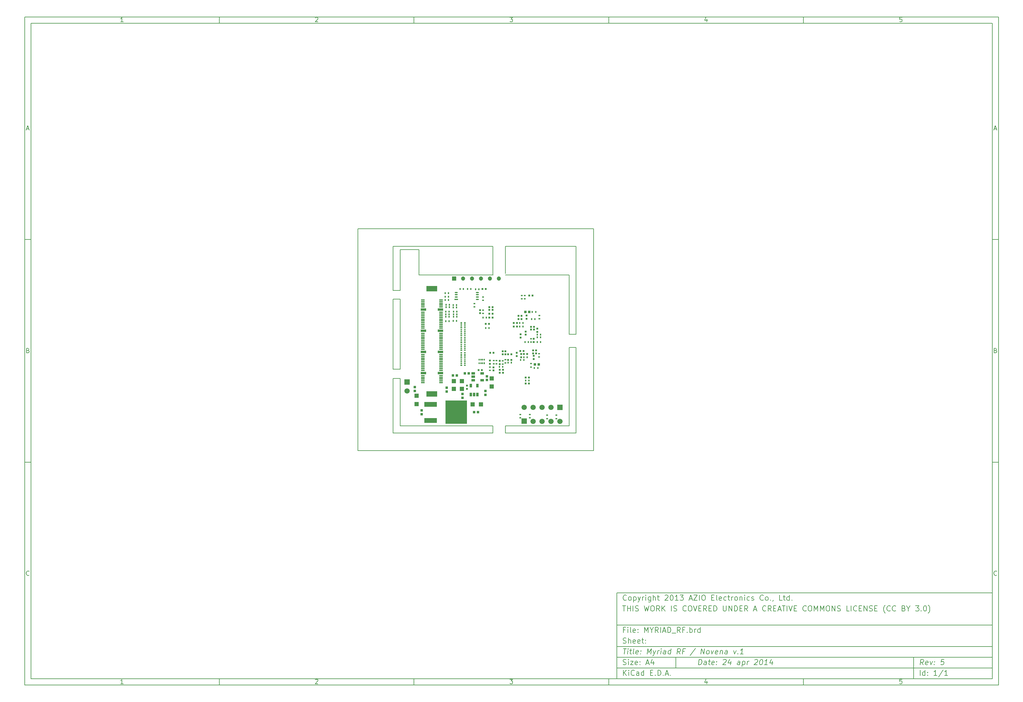
<source format=gbp>
G04 (created by PCBNEW (2013-05-31 BZR 4019)-stable) date 24/04/2014 12:04:12*
%MOIN*%
G04 Gerber Fmt 3.4, Leading zero omitted, Abs format*
%FSLAX34Y34*%
G01*
G70*
G90*
G04 APERTURE LIST*
%ADD10C,0.00590551*%
%ADD11C,0.0077*%
%ADD12R,0.051X0.0472*%
%ADD13R,0.0472X0.051*%
%ADD14R,0.0175X0.0195*%
%ADD15R,0.0195X0.0175*%
%ADD16R,0.0275X0.0314*%
%ADD17R,0.0314X0.0275*%
%ADD18R,0.0195X0.0195*%
%ADD19R,0.1417X0.055*%
%ADD20R,0.244X0.2598*%
%ADD21R,0.0389X0.0271*%
%ADD22R,0.0271X0.0389*%
%ADD23O,0.0235X0.0117*%
%ADD24R,0.0235X0.0117*%
%ADD25O,0.0117X0.0235*%
%ADD26R,0.0117X0.0235*%
%ADD27R,0.0597X0.0597*%
%ADD28C,0.0597*%
%ADD29C,0.0472441*%
%ADD30R,0.0472441X0.0472441*%
%ADD31R,0.0432X0.0117*%
%ADD32R,0.0589X0.0275*%
%ADD33R,0.122X0.0629*%
%ADD34R,0.0433X0.0118*%
%ADD35R,0.0394X0.0138*%
%ADD36O,0.0394X0.0138*%
%ADD37O,0.0394X0.0137*%
G04 APERTURE END LIST*
G54D10*
X4000Y-4000D02*
X112930Y-4000D01*
X112930Y-78680D01*
X4000Y-78680D01*
X4000Y-4000D01*
X4700Y-4700D02*
X112230Y-4700D01*
X112230Y-77980D01*
X4700Y-77980D01*
X4700Y-4700D01*
X25780Y-4000D02*
X25780Y-4700D01*
X15032Y-4552D02*
X14747Y-4552D01*
X14890Y-4552D02*
X14890Y-4052D01*
X14842Y-4123D01*
X14794Y-4171D01*
X14747Y-4195D01*
X25780Y-78680D02*
X25780Y-77980D01*
X15032Y-78532D02*
X14747Y-78532D01*
X14890Y-78532D02*
X14890Y-78032D01*
X14842Y-78103D01*
X14794Y-78151D01*
X14747Y-78175D01*
X47560Y-4000D02*
X47560Y-4700D01*
X36527Y-4100D02*
X36550Y-4076D01*
X36598Y-4052D01*
X36717Y-4052D01*
X36765Y-4076D01*
X36789Y-4100D01*
X36812Y-4147D01*
X36812Y-4195D01*
X36789Y-4266D01*
X36503Y-4552D01*
X36812Y-4552D01*
X47560Y-78680D02*
X47560Y-77980D01*
X36527Y-78080D02*
X36550Y-78056D01*
X36598Y-78032D01*
X36717Y-78032D01*
X36765Y-78056D01*
X36789Y-78080D01*
X36812Y-78127D01*
X36812Y-78175D01*
X36789Y-78246D01*
X36503Y-78532D01*
X36812Y-78532D01*
X69340Y-4000D02*
X69340Y-4700D01*
X58283Y-4052D02*
X58592Y-4052D01*
X58426Y-4242D01*
X58497Y-4242D01*
X58545Y-4266D01*
X58569Y-4290D01*
X58592Y-4338D01*
X58592Y-4457D01*
X58569Y-4504D01*
X58545Y-4528D01*
X58497Y-4552D01*
X58354Y-4552D01*
X58307Y-4528D01*
X58283Y-4504D01*
X69340Y-78680D02*
X69340Y-77980D01*
X58283Y-78032D02*
X58592Y-78032D01*
X58426Y-78222D01*
X58497Y-78222D01*
X58545Y-78246D01*
X58569Y-78270D01*
X58592Y-78318D01*
X58592Y-78437D01*
X58569Y-78484D01*
X58545Y-78508D01*
X58497Y-78532D01*
X58354Y-78532D01*
X58307Y-78508D01*
X58283Y-78484D01*
X91120Y-4000D02*
X91120Y-4700D01*
X80325Y-4219D02*
X80325Y-4552D01*
X80206Y-4028D02*
X80087Y-4385D01*
X80396Y-4385D01*
X91120Y-78680D02*
X91120Y-77980D01*
X80325Y-78199D02*
X80325Y-78532D01*
X80206Y-78008D02*
X80087Y-78365D01*
X80396Y-78365D01*
X102129Y-4052D02*
X101890Y-4052D01*
X101867Y-4290D01*
X101890Y-4266D01*
X101938Y-4242D01*
X102057Y-4242D01*
X102105Y-4266D01*
X102129Y-4290D01*
X102152Y-4338D01*
X102152Y-4457D01*
X102129Y-4504D01*
X102105Y-4528D01*
X102057Y-4552D01*
X101938Y-4552D01*
X101890Y-4528D01*
X101867Y-4504D01*
X102129Y-78032D02*
X101890Y-78032D01*
X101867Y-78270D01*
X101890Y-78246D01*
X101938Y-78222D01*
X102057Y-78222D01*
X102105Y-78246D01*
X102129Y-78270D01*
X102152Y-78318D01*
X102152Y-78437D01*
X102129Y-78484D01*
X102105Y-78508D01*
X102057Y-78532D01*
X101938Y-78532D01*
X101890Y-78508D01*
X101867Y-78484D01*
X4000Y-28890D02*
X4700Y-28890D01*
X4230Y-16509D02*
X4469Y-16509D01*
X4183Y-16652D02*
X4350Y-16152D01*
X4516Y-16652D01*
X112930Y-28890D02*
X112230Y-28890D01*
X112460Y-16509D02*
X112699Y-16509D01*
X112413Y-16652D02*
X112580Y-16152D01*
X112746Y-16652D01*
X4000Y-53780D02*
X4700Y-53780D01*
X4385Y-41280D02*
X4457Y-41304D01*
X4480Y-41328D01*
X4504Y-41375D01*
X4504Y-41447D01*
X4480Y-41494D01*
X4457Y-41518D01*
X4409Y-41542D01*
X4219Y-41542D01*
X4219Y-41042D01*
X4385Y-41042D01*
X4433Y-41066D01*
X4457Y-41090D01*
X4480Y-41137D01*
X4480Y-41185D01*
X4457Y-41232D01*
X4433Y-41256D01*
X4385Y-41280D01*
X4219Y-41280D01*
X112930Y-53780D02*
X112230Y-53780D01*
X112615Y-41280D02*
X112687Y-41304D01*
X112710Y-41328D01*
X112734Y-41375D01*
X112734Y-41447D01*
X112710Y-41494D01*
X112687Y-41518D01*
X112639Y-41542D01*
X112449Y-41542D01*
X112449Y-41042D01*
X112615Y-41042D01*
X112663Y-41066D01*
X112687Y-41090D01*
X112710Y-41137D01*
X112710Y-41185D01*
X112687Y-41232D01*
X112663Y-41256D01*
X112615Y-41280D01*
X112449Y-41280D01*
X4504Y-66384D02*
X4480Y-66408D01*
X4409Y-66432D01*
X4361Y-66432D01*
X4290Y-66408D01*
X4242Y-66360D01*
X4219Y-66313D01*
X4195Y-66218D01*
X4195Y-66146D01*
X4219Y-66051D01*
X4242Y-66003D01*
X4290Y-65956D01*
X4361Y-65932D01*
X4409Y-65932D01*
X4480Y-65956D01*
X4504Y-65980D01*
X112734Y-66384D02*
X112710Y-66408D01*
X112639Y-66432D01*
X112591Y-66432D01*
X112520Y-66408D01*
X112472Y-66360D01*
X112449Y-66313D01*
X112425Y-66218D01*
X112425Y-66146D01*
X112449Y-66051D01*
X112472Y-66003D01*
X112520Y-65956D01*
X112591Y-65932D01*
X112639Y-65932D01*
X112710Y-65956D01*
X112734Y-65980D01*
X79380Y-76422D02*
X79455Y-75822D01*
X79597Y-75822D01*
X79680Y-75851D01*
X79730Y-75908D01*
X79751Y-75965D01*
X79765Y-76080D01*
X79755Y-76165D01*
X79712Y-76280D01*
X79676Y-76337D01*
X79612Y-76394D01*
X79522Y-76422D01*
X79380Y-76422D01*
X80237Y-76422D02*
X80276Y-76108D01*
X80255Y-76051D01*
X80201Y-76022D01*
X80087Y-76022D01*
X80026Y-76051D01*
X80240Y-76394D02*
X80180Y-76422D01*
X80037Y-76422D01*
X79983Y-76394D01*
X79962Y-76337D01*
X79969Y-76280D01*
X80005Y-76222D01*
X80065Y-76194D01*
X80208Y-76194D01*
X80269Y-76165D01*
X80487Y-76022D02*
X80715Y-76022D01*
X80597Y-75822D02*
X80533Y-76337D01*
X80555Y-76394D01*
X80608Y-76422D01*
X80665Y-76422D01*
X81097Y-76394D02*
X81037Y-76422D01*
X80922Y-76422D01*
X80869Y-76394D01*
X80847Y-76337D01*
X80876Y-76108D01*
X80912Y-76051D01*
X80972Y-76022D01*
X81087Y-76022D01*
X81140Y-76051D01*
X81162Y-76108D01*
X81155Y-76165D01*
X80862Y-76222D01*
X81387Y-76365D02*
X81412Y-76394D01*
X81380Y-76422D01*
X81355Y-76394D01*
X81387Y-76365D01*
X81380Y-76422D01*
X81426Y-76051D02*
X81451Y-76080D01*
X81419Y-76108D01*
X81394Y-76080D01*
X81426Y-76051D01*
X81419Y-76108D01*
X82162Y-75880D02*
X82194Y-75851D01*
X82255Y-75822D01*
X82397Y-75822D01*
X82451Y-75851D01*
X82476Y-75880D01*
X82497Y-75937D01*
X82490Y-75994D01*
X82451Y-76080D01*
X82065Y-76422D01*
X82437Y-76422D01*
X83001Y-76022D02*
X82951Y-76422D01*
X82887Y-75794D02*
X82690Y-76222D01*
X83062Y-76222D01*
X83980Y-76422D02*
X84019Y-76108D01*
X83997Y-76051D01*
X83944Y-76022D01*
X83830Y-76022D01*
X83769Y-76051D01*
X83983Y-76394D02*
X83922Y-76422D01*
X83780Y-76422D01*
X83726Y-76394D01*
X83705Y-76337D01*
X83712Y-76280D01*
X83747Y-76222D01*
X83808Y-76194D01*
X83951Y-76194D01*
X84012Y-76165D01*
X84315Y-76022D02*
X84240Y-76622D01*
X84312Y-76051D02*
X84372Y-76022D01*
X84487Y-76022D01*
X84540Y-76051D01*
X84565Y-76080D01*
X84587Y-76137D01*
X84565Y-76308D01*
X84530Y-76365D01*
X84497Y-76394D01*
X84437Y-76422D01*
X84322Y-76422D01*
X84269Y-76394D01*
X84808Y-76422D02*
X84858Y-76022D01*
X84844Y-76137D02*
X84880Y-76080D01*
X84912Y-76051D01*
X84972Y-76022D01*
X85030Y-76022D01*
X85676Y-75880D02*
X85708Y-75851D01*
X85769Y-75822D01*
X85912Y-75822D01*
X85965Y-75851D01*
X85990Y-75880D01*
X86012Y-75937D01*
X86005Y-75994D01*
X85965Y-76080D01*
X85580Y-76422D01*
X85951Y-76422D01*
X86397Y-75822D02*
X86455Y-75822D01*
X86508Y-75851D01*
X86533Y-75880D01*
X86555Y-75937D01*
X86569Y-76051D01*
X86551Y-76194D01*
X86508Y-76308D01*
X86472Y-76365D01*
X86440Y-76394D01*
X86380Y-76422D01*
X86322Y-76422D01*
X86269Y-76394D01*
X86244Y-76365D01*
X86222Y-76308D01*
X86208Y-76194D01*
X86226Y-76051D01*
X86269Y-75937D01*
X86305Y-75880D01*
X86337Y-75851D01*
X86397Y-75822D01*
X87094Y-76422D02*
X86751Y-76422D01*
X86922Y-76422D02*
X86997Y-75822D01*
X86930Y-75908D01*
X86865Y-75965D01*
X86805Y-75994D01*
X87658Y-76022D02*
X87608Y-76422D01*
X87544Y-75794D02*
X87347Y-76222D01*
X87719Y-76222D01*
X70972Y-77622D02*
X70972Y-77022D01*
X71315Y-77622D02*
X71058Y-77280D01*
X71315Y-77022D02*
X70972Y-77365D01*
X71572Y-77622D02*
X71572Y-77222D01*
X71572Y-77022D02*
X71544Y-77051D01*
X71572Y-77080D01*
X71601Y-77051D01*
X71572Y-77022D01*
X71572Y-77080D01*
X72201Y-77565D02*
X72172Y-77594D01*
X72087Y-77622D01*
X72030Y-77622D01*
X71944Y-77594D01*
X71887Y-77537D01*
X71858Y-77480D01*
X71830Y-77365D01*
X71830Y-77280D01*
X71858Y-77165D01*
X71887Y-77108D01*
X71944Y-77051D01*
X72030Y-77022D01*
X72087Y-77022D01*
X72172Y-77051D01*
X72201Y-77080D01*
X72715Y-77622D02*
X72715Y-77308D01*
X72687Y-77251D01*
X72630Y-77222D01*
X72515Y-77222D01*
X72458Y-77251D01*
X72715Y-77594D02*
X72658Y-77622D01*
X72515Y-77622D01*
X72458Y-77594D01*
X72430Y-77537D01*
X72430Y-77480D01*
X72458Y-77422D01*
X72515Y-77394D01*
X72658Y-77394D01*
X72715Y-77365D01*
X73258Y-77622D02*
X73258Y-77022D01*
X73258Y-77594D02*
X73201Y-77622D01*
X73087Y-77622D01*
X73030Y-77594D01*
X73001Y-77565D01*
X72972Y-77508D01*
X72972Y-77337D01*
X73001Y-77280D01*
X73030Y-77251D01*
X73087Y-77222D01*
X73201Y-77222D01*
X73258Y-77251D01*
X74001Y-77308D02*
X74201Y-77308D01*
X74287Y-77622D02*
X74001Y-77622D01*
X74001Y-77022D01*
X74287Y-77022D01*
X74544Y-77565D02*
X74572Y-77594D01*
X74544Y-77622D01*
X74515Y-77594D01*
X74544Y-77565D01*
X74544Y-77622D01*
X74829Y-77622D02*
X74829Y-77022D01*
X74972Y-77022D01*
X75058Y-77051D01*
X75115Y-77108D01*
X75144Y-77165D01*
X75172Y-77280D01*
X75172Y-77365D01*
X75144Y-77480D01*
X75115Y-77537D01*
X75058Y-77594D01*
X74972Y-77622D01*
X74829Y-77622D01*
X75429Y-77565D02*
X75458Y-77594D01*
X75429Y-77622D01*
X75401Y-77594D01*
X75429Y-77565D01*
X75429Y-77622D01*
X75687Y-77451D02*
X75972Y-77451D01*
X75629Y-77622D02*
X75829Y-77022D01*
X76029Y-77622D01*
X76229Y-77565D02*
X76258Y-77594D01*
X76229Y-77622D01*
X76201Y-77594D01*
X76229Y-77565D01*
X76229Y-77622D01*
X104522Y-76422D02*
X104358Y-76137D01*
X104180Y-76422D02*
X104255Y-75822D01*
X104483Y-75822D01*
X104537Y-75851D01*
X104562Y-75880D01*
X104583Y-75937D01*
X104572Y-76022D01*
X104537Y-76080D01*
X104505Y-76108D01*
X104444Y-76137D01*
X104215Y-76137D01*
X105012Y-76394D02*
X104951Y-76422D01*
X104837Y-76422D01*
X104783Y-76394D01*
X104762Y-76337D01*
X104790Y-76108D01*
X104826Y-76051D01*
X104887Y-76022D01*
X105001Y-76022D01*
X105055Y-76051D01*
X105076Y-76108D01*
X105069Y-76165D01*
X104776Y-76222D01*
X105287Y-76022D02*
X105380Y-76422D01*
X105572Y-76022D01*
X105758Y-76365D02*
X105783Y-76394D01*
X105751Y-76422D01*
X105726Y-76394D01*
X105758Y-76365D01*
X105751Y-76422D01*
X105797Y-76051D02*
X105822Y-76080D01*
X105790Y-76108D01*
X105765Y-76080D01*
X105797Y-76051D01*
X105790Y-76108D01*
X106855Y-75822D02*
X106569Y-75822D01*
X106505Y-76108D01*
X106537Y-76080D01*
X106597Y-76051D01*
X106740Y-76051D01*
X106794Y-76080D01*
X106819Y-76108D01*
X106840Y-76165D01*
X106822Y-76308D01*
X106787Y-76365D01*
X106755Y-76394D01*
X106694Y-76422D01*
X106551Y-76422D01*
X106497Y-76394D01*
X106472Y-76365D01*
X70944Y-76394D02*
X71030Y-76422D01*
X71172Y-76422D01*
X71230Y-76394D01*
X71258Y-76365D01*
X71287Y-76308D01*
X71287Y-76251D01*
X71258Y-76194D01*
X71230Y-76165D01*
X71172Y-76137D01*
X71058Y-76108D01*
X71001Y-76080D01*
X70972Y-76051D01*
X70944Y-75994D01*
X70944Y-75937D01*
X70972Y-75880D01*
X71001Y-75851D01*
X71058Y-75822D01*
X71201Y-75822D01*
X71287Y-75851D01*
X71544Y-76422D02*
X71544Y-76022D01*
X71544Y-75822D02*
X71515Y-75851D01*
X71544Y-75880D01*
X71572Y-75851D01*
X71544Y-75822D01*
X71544Y-75880D01*
X71772Y-76022D02*
X72087Y-76022D01*
X71772Y-76422D01*
X72087Y-76422D01*
X72544Y-76394D02*
X72487Y-76422D01*
X72372Y-76422D01*
X72315Y-76394D01*
X72287Y-76337D01*
X72287Y-76108D01*
X72315Y-76051D01*
X72372Y-76022D01*
X72487Y-76022D01*
X72544Y-76051D01*
X72572Y-76108D01*
X72572Y-76165D01*
X72287Y-76222D01*
X72830Y-76365D02*
X72858Y-76394D01*
X72830Y-76422D01*
X72801Y-76394D01*
X72830Y-76365D01*
X72830Y-76422D01*
X72830Y-76051D02*
X72858Y-76080D01*
X72830Y-76108D01*
X72801Y-76080D01*
X72830Y-76051D01*
X72830Y-76108D01*
X73544Y-76251D02*
X73830Y-76251D01*
X73487Y-76422D02*
X73687Y-75822D01*
X73887Y-76422D01*
X74344Y-76022D02*
X74344Y-76422D01*
X74201Y-75794D02*
X74058Y-76222D01*
X74430Y-76222D01*
X104172Y-77622D02*
X104172Y-77022D01*
X104715Y-77622D02*
X104715Y-77022D01*
X104715Y-77594D02*
X104658Y-77622D01*
X104544Y-77622D01*
X104487Y-77594D01*
X104458Y-77565D01*
X104430Y-77508D01*
X104430Y-77337D01*
X104458Y-77280D01*
X104487Y-77251D01*
X104544Y-77222D01*
X104658Y-77222D01*
X104715Y-77251D01*
X105001Y-77565D02*
X105030Y-77594D01*
X105001Y-77622D01*
X104972Y-77594D01*
X105001Y-77565D01*
X105001Y-77622D01*
X105001Y-77251D02*
X105030Y-77280D01*
X105001Y-77308D01*
X104972Y-77280D01*
X105001Y-77251D01*
X105001Y-77308D01*
X106058Y-77622D02*
X105715Y-77622D01*
X105887Y-77622D02*
X105887Y-77022D01*
X105829Y-77108D01*
X105772Y-77165D01*
X105715Y-77194D01*
X106744Y-76994D02*
X106230Y-77765D01*
X107258Y-77622D02*
X106915Y-77622D01*
X107087Y-77622D02*
X107087Y-77022D01*
X107029Y-77108D01*
X106972Y-77165D01*
X106915Y-77194D01*
X70969Y-74622D02*
X71312Y-74622D01*
X71065Y-75222D02*
X71140Y-74622D01*
X71437Y-75222D02*
X71487Y-74822D01*
X71512Y-74622D02*
X71480Y-74651D01*
X71505Y-74680D01*
X71537Y-74651D01*
X71512Y-74622D01*
X71505Y-74680D01*
X71687Y-74822D02*
X71915Y-74822D01*
X71797Y-74622D02*
X71733Y-75137D01*
X71755Y-75194D01*
X71808Y-75222D01*
X71865Y-75222D01*
X72151Y-75222D02*
X72097Y-75194D01*
X72076Y-75137D01*
X72140Y-74622D01*
X72612Y-75194D02*
X72551Y-75222D01*
X72437Y-75222D01*
X72383Y-75194D01*
X72362Y-75137D01*
X72390Y-74908D01*
X72426Y-74851D01*
X72487Y-74822D01*
X72601Y-74822D01*
X72655Y-74851D01*
X72676Y-74908D01*
X72669Y-74965D01*
X72376Y-75022D01*
X72901Y-75165D02*
X72926Y-75194D01*
X72894Y-75222D01*
X72869Y-75194D01*
X72901Y-75165D01*
X72894Y-75222D01*
X72940Y-74851D02*
X72965Y-74880D01*
X72933Y-74908D01*
X72908Y-74880D01*
X72940Y-74851D01*
X72933Y-74908D01*
X73637Y-75222D02*
X73712Y-74622D01*
X73858Y-75051D01*
X74112Y-74622D01*
X74037Y-75222D01*
X74315Y-74822D02*
X74408Y-75222D01*
X74601Y-74822D02*
X74408Y-75222D01*
X74333Y-75365D01*
X74301Y-75394D01*
X74240Y-75422D01*
X74780Y-75222D02*
X74830Y-74822D01*
X74815Y-74937D02*
X74851Y-74880D01*
X74883Y-74851D01*
X74944Y-74822D01*
X75001Y-74822D01*
X75151Y-75222D02*
X75201Y-74822D01*
X75226Y-74622D02*
X75194Y-74651D01*
X75219Y-74680D01*
X75251Y-74651D01*
X75226Y-74622D01*
X75219Y-74680D01*
X75694Y-75222D02*
X75733Y-74908D01*
X75712Y-74851D01*
X75658Y-74822D01*
X75544Y-74822D01*
X75483Y-74851D01*
X75697Y-75194D02*
X75637Y-75222D01*
X75494Y-75222D01*
X75440Y-75194D01*
X75419Y-75137D01*
X75426Y-75080D01*
X75462Y-75022D01*
X75522Y-74994D01*
X75665Y-74994D01*
X75726Y-74965D01*
X76237Y-75222D02*
X76312Y-74622D01*
X76240Y-75194D02*
X76180Y-75222D01*
X76065Y-75222D01*
X76012Y-75194D01*
X75987Y-75165D01*
X75965Y-75108D01*
X75987Y-74937D01*
X76022Y-74880D01*
X76055Y-74851D01*
X76115Y-74822D01*
X76230Y-74822D01*
X76283Y-74851D01*
X77322Y-75222D02*
X77158Y-74937D01*
X76980Y-75222D02*
X77055Y-74622D01*
X77283Y-74622D01*
X77337Y-74651D01*
X77362Y-74680D01*
X77383Y-74737D01*
X77372Y-74822D01*
X77337Y-74880D01*
X77305Y-74908D01*
X77244Y-74937D01*
X77015Y-74937D01*
X77819Y-74908D02*
X77619Y-74908D01*
X77580Y-75222D02*
X77655Y-74622D01*
X77940Y-74622D01*
X79058Y-74594D02*
X78447Y-75365D01*
X79637Y-75222D02*
X79712Y-74622D01*
X79980Y-75222D01*
X80055Y-74622D01*
X80351Y-75222D02*
X80297Y-75194D01*
X80272Y-75165D01*
X80251Y-75108D01*
X80272Y-74937D01*
X80308Y-74880D01*
X80340Y-74851D01*
X80401Y-74822D01*
X80487Y-74822D01*
X80540Y-74851D01*
X80565Y-74880D01*
X80587Y-74937D01*
X80565Y-75108D01*
X80530Y-75165D01*
X80497Y-75194D01*
X80437Y-75222D01*
X80351Y-75222D01*
X80801Y-74822D02*
X80894Y-75222D01*
X81087Y-74822D01*
X81497Y-75194D02*
X81437Y-75222D01*
X81322Y-75222D01*
X81269Y-75194D01*
X81247Y-75137D01*
X81276Y-74908D01*
X81312Y-74851D01*
X81372Y-74822D01*
X81487Y-74822D01*
X81540Y-74851D01*
X81562Y-74908D01*
X81555Y-74965D01*
X81262Y-75022D01*
X81830Y-74822D02*
X81780Y-75222D01*
X81822Y-74880D02*
X81855Y-74851D01*
X81915Y-74822D01*
X82001Y-74822D01*
X82055Y-74851D01*
X82076Y-74908D01*
X82037Y-75222D01*
X82580Y-75222D02*
X82619Y-74908D01*
X82597Y-74851D01*
X82544Y-74822D01*
X82430Y-74822D01*
X82369Y-74851D01*
X82583Y-75194D02*
X82522Y-75222D01*
X82380Y-75222D01*
X82326Y-75194D01*
X82305Y-75137D01*
X82312Y-75080D01*
X82347Y-75022D01*
X82408Y-74994D01*
X82551Y-74994D01*
X82612Y-74965D01*
X83315Y-74822D02*
X83408Y-75222D01*
X83601Y-74822D01*
X83787Y-75165D02*
X83812Y-75194D01*
X83780Y-75222D01*
X83755Y-75194D01*
X83787Y-75165D01*
X83780Y-75222D01*
X84380Y-75222D02*
X84037Y-75222D01*
X84208Y-75222D02*
X84283Y-74622D01*
X84215Y-74708D01*
X84151Y-74765D01*
X84090Y-74794D01*
X71172Y-72508D02*
X70972Y-72508D01*
X70972Y-72822D02*
X70972Y-72222D01*
X71258Y-72222D01*
X71487Y-72822D02*
X71487Y-72422D01*
X71487Y-72222D02*
X71458Y-72251D01*
X71487Y-72280D01*
X71515Y-72251D01*
X71487Y-72222D01*
X71487Y-72280D01*
X71858Y-72822D02*
X71801Y-72794D01*
X71772Y-72737D01*
X71772Y-72222D01*
X72315Y-72794D02*
X72258Y-72822D01*
X72144Y-72822D01*
X72087Y-72794D01*
X72058Y-72737D01*
X72058Y-72508D01*
X72087Y-72451D01*
X72144Y-72422D01*
X72258Y-72422D01*
X72315Y-72451D01*
X72344Y-72508D01*
X72344Y-72565D01*
X72058Y-72622D01*
X72601Y-72765D02*
X72630Y-72794D01*
X72601Y-72822D01*
X72572Y-72794D01*
X72601Y-72765D01*
X72601Y-72822D01*
X72601Y-72451D02*
X72630Y-72480D01*
X72601Y-72508D01*
X72572Y-72480D01*
X72601Y-72451D01*
X72601Y-72508D01*
X73344Y-72822D02*
X73344Y-72222D01*
X73544Y-72651D01*
X73744Y-72222D01*
X73744Y-72822D01*
X74144Y-72537D02*
X74144Y-72822D01*
X73944Y-72222D02*
X74144Y-72537D01*
X74344Y-72222D01*
X74887Y-72822D02*
X74687Y-72537D01*
X74544Y-72822D02*
X74544Y-72222D01*
X74772Y-72222D01*
X74830Y-72251D01*
X74858Y-72280D01*
X74887Y-72337D01*
X74887Y-72422D01*
X74858Y-72480D01*
X74830Y-72508D01*
X74772Y-72537D01*
X74544Y-72537D01*
X75144Y-72822D02*
X75144Y-72222D01*
X75401Y-72651D02*
X75687Y-72651D01*
X75344Y-72822D02*
X75544Y-72222D01*
X75744Y-72822D01*
X75944Y-72822D02*
X75944Y-72222D01*
X76087Y-72222D01*
X76172Y-72251D01*
X76230Y-72308D01*
X76258Y-72365D01*
X76287Y-72480D01*
X76287Y-72565D01*
X76258Y-72680D01*
X76230Y-72737D01*
X76172Y-72794D01*
X76087Y-72822D01*
X75944Y-72822D01*
X76401Y-72880D02*
X76858Y-72880D01*
X77344Y-72822D02*
X77144Y-72537D01*
X77001Y-72822D02*
X77001Y-72222D01*
X77230Y-72222D01*
X77287Y-72251D01*
X77315Y-72280D01*
X77344Y-72337D01*
X77344Y-72422D01*
X77315Y-72480D01*
X77287Y-72508D01*
X77230Y-72537D01*
X77001Y-72537D01*
X77801Y-72508D02*
X77601Y-72508D01*
X77601Y-72822D02*
X77601Y-72222D01*
X77887Y-72222D01*
X78115Y-72765D02*
X78144Y-72794D01*
X78115Y-72822D01*
X78087Y-72794D01*
X78115Y-72765D01*
X78115Y-72822D01*
X78401Y-72822D02*
X78401Y-72222D01*
X78401Y-72451D02*
X78458Y-72422D01*
X78572Y-72422D01*
X78630Y-72451D01*
X78658Y-72480D01*
X78687Y-72537D01*
X78687Y-72708D01*
X78658Y-72765D01*
X78630Y-72794D01*
X78572Y-72822D01*
X78458Y-72822D01*
X78401Y-72794D01*
X78944Y-72822D02*
X78944Y-72422D01*
X78944Y-72537D02*
X78972Y-72480D01*
X79001Y-72451D01*
X79058Y-72422D01*
X79115Y-72422D01*
X79572Y-72822D02*
X79572Y-72222D01*
X79572Y-72794D02*
X79515Y-72822D01*
X79401Y-72822D01*
X79344Y-72794D01*
X79315Y-72765D01*
X79287Y-72708D01*
X79287Y-72537D01*
X79315Y-72480D01*
X79344Y-72451D01*
X79401Y-72422D01*
X79515Y-72422D01*
X79572Y-72451D01*
X70944Y-73994D02*
X71030Y-74022D01*
X71172Y-74022D01*
X71230Y-73994D01*
X71258Y-73965D01*
X71287Y-73908D01*
X71287Y-73851D01*
X71258Y-73794D01*
X71230Y-73765D01*
X71172Y-73737D01*
X71058Y-73708D01*
X71001Y-73680D01*
X70972Y-73651D01*
X70944Y-73594D01*
X70944Y-73537D01*
X70972Y-73480D01*
X71001Y-73451D01*
X71058Y-73422D01*
X71201Y-73422D01*
X71287Y-73451D01*
X71544Y-74022D02*
X71544Y-73422D01*
X71801Y-74022D02*
X71801Y-73708D01*
X71772Y-73651D01*
X71715Y-73622D01*
X71630Y-73622D01*
X71572Y-73651D01*
X71544Y-73680D01*
X72315Y-73994D02*
X72258Y-74022D01*
X72144Y-74022D01*
X72087Y-73994D01*
X72058Y-73937D01*
X72058Y-73708D01*
X72087Y-73651D01*
X72144Y-73622D01*
X72258Y-73622D01*
X72315Y-73651D01*
X72344Y-73708D01*
X72344Y-73765D01*
X72058Y-73822D01*
X72830Y-73994D02*
X72772Y-74022D01*
X72658Y-74022D01*
X72601Y-73994D01*
X72572Y-73937D01*
X72572Y-73708D01*
X72601Y-73651D01*
X72658Y-73622D01*
X72772Y-73622D01*
X72830Y-73651D01*
X72858Y-73708D01*
X72858Y-73765D01*
X72572Y-73822D01*
X73030Y-73622D02*
X73258Y-73622D01*
X73115Y-73422D02*
X73115Y-73937D01*
X73144Y-73994D01*
X73201Y-74022D01*
X73258Y-74022D01*
X73458Y-73965D02*
X73487Y-73994D01*
X73458Y-74022D01*
X73430Y-73994D01*
X73458Y-73965D01*
X73458Y-74022D01*
X73458Y-73651D02*
X73487Y-73680D01*
X73458Y-73708D01*
X73430Y-73680D01*
X73458Y-73651D01*
X73458Y-73708D01*
X70887Y-69822D02*
X71230Y-69822D01*
X71058Y-70422D02*
X71058Y-69822D01*
X71430Y-70422D02*
X71430Y-69822D01*
X71430Y-70108D02*
X71772Y-70108D01*
X71772Y-70422D02*
X71772Y-69822D01*
X72058Y-70422D02*
X72058Y-69822D01*
X72315Y-70394D02*
X72401Y-70422D01*
X72544Y-70422D01*
X72601Y-70394D01*
X72629Y-70365D01*
X72658Y-70308D01*
X72658Y-70251D01*
X72629Y-70194D01*
X72601Y-70165D01*
X72544Y-70137D01*
X72429Y-70108D01*
X72372Y-70080D01*
X72344Y-70051D01*
X72315Y-69994D01*
X72315Y-69937D01*
X72344Y-69880D01*
X72372Y-69851D01*
X72429Y-69822D01*
X72572Y-69822D01*
X72658Y-69851D01*
X73315Y-69822D02*
X73458Y-70422D01*
X73572Y-69994D01*
X73687Y-70422D01*
X73830Y-69822D01*
X74172Y-69822D02*
X74287Y-69822D01*
X74344Y-69851D01*
X74401Y-69908D01*
X74430Y-70022D01*
X74430Y-70222D01*
X74401Y-70337D01*
X74344Y-70394D01*
X74287Y-70422D01*
X74172Y-70422D01*
X74115Y-70394D01*
X74058Y-70337D01*
X74030Y-70222D01*
X74030Y-70022D01*
X74058Y-69908D01*
X74115Y-69851D01*
X74172Y-69822D01*
X75029Y-70422D02*
X74829Y-70137D01*
X74687Y-70422D02*
X74687Y-69822D01*
X74915Y-69822D01*
X74972Y-69851D01*
X75001Y-69880D01*
X75029Y-69937D01*
X75029Y-70022D01*
X75001Y-70080D01*
X74972Y-70108D01*
X74915Y-70137D01*
X74687Y-70137D01*
X75287Y-70422D02*
X75287Y-69822D01*
X75629Y-70422D02*
X75372Y-70080D01*
X75629Y-69822D02*
X75287Y-70165D01*
X76344Y-70422D02*
X76344Y-69822D01*
X76601Y-70394D02*
X76687Y-70422D01*
X76829Y-70422D01*
X76887Y-70394D01*
X76915Y-70365D01*
X76944Y-70308D01*
X76944Y-70251D01*
X76915Y-70194D01*
X76887Y-70165D01*
X76829Y-70137D01*
X76715Y-70108D01*
X76658Y-70080D01*
X76629Y-70051D01*
X76601Y-69994D01*
X76601Y-69937D01*
X76629Y-69880D01*
X76658Y-69851D01*
X76715Y-69822D01*
X76858Y-69822D01*
X76944Y-69851D01*
X78001Y-70365D02*
X77972Y-70394D01*
X77887Y-70422D01*
X77830Y-70422D01*
X77744Y-70394D01*
X77687Y-70337D01*
X77658Y-70280D01*
X77630Y-70165D01*
X77630Y-70080D01*
X77658Y-69965D01*
X77687Y-69908D01*
X77744Y-69851D01*
X77830Y-69822D01*
X77887Y-69822D01*
X77972Y-69851D01*
X78001Y-69880D01*
X78372Y-69822D02*
X78487Y-69822D01*
X78544Y-69851D01*
X78601Y-69908D01*
X78630Y-70022D01*
X78630Y-70222D01*
X78601Y-70337D01*
X78544Y-70394D01*
X78487Y-70422D01*
X78372Y-70422D01*
X78315Y-70394D01*
X78258Y-70337D01*
X78230Y-70222D01*
X78230Y-70022D01*
X78258Y-69908D01*
X78315Y-69851D01*
X78372Y-69822D01*
X78801Y-69822D02*
X79001Y-70422D01*
X79201Y-69822D01*
X79401Y-70108D02*
X79601Y-70108D01*
X79687Y-70422D02*
X79401Y-70422D01*
X79401Y-69822D01*
X79687Y-69822D01*
X80287Y-70422D02*
X80087Y-70137D01*
X79944Y-70422D02*
X79944Y-69822D01*
X80172Y-69822D01*
X80229Y-69851D01*
X80258Y-69880D01*
X80287Y-69937D01*
X80287Y-70022D01*
X80258Y-70080D01*
X80229Y-70108D01*
X80172Y-70137D01*
X79944Y-70137D01*
X80544Y-70108D02*
X80744Y-70108D01*
X80829Y-70422D02*
X80544Y-70422D01*
X80544Y-69822D01*
X80829Y-69822D01*
X81087Y-70422D02*
X81087Y-69822D01*
X81229Y-69822D01*
X81315Y-69851D01*
X81372Y-69908D01*
X81401Y-69965D01*
X81429Y-70080D01*
X81429Y-70165D01*
X81401Y-70280D01*
X81372Y-70337D01*
X81315Y-70394D01*
X81229Y-70422D01*
X81087Y-70422D01*
X82144Y-69822D02*
X82144Y-70308D01*
X82172Y-70365D01*
X82201Y-70394D01*
X82258Y-70422D01*
X82372Y-70422D01*
X82429Y-70394D01*
X82458Y-70365D01*
X82487Y-70308D01*
X82487Y-69822D01*
X82772Y-70422D02*
X82772Y-69822D01*
X83115Y-70422D01*
X83115Y-69822D01*
X83401Y-70422D02*
X83401Y-69822D01*
X83544Y-69822D01*
X83629Y-69851D01*
X83687Y-69908D01*
X83715Y-69965D01*
X83744Y-70080D01*
X83744Y-70165D01*
X83715Y-70280D01*
X83687Y-70337D01*
X83629Y-70394D01*
X83544Y-70422D01*
X83401Y-70422D01*
X84001Y-70108D02*
X84201Y-70108D01*
X84287Y-70422D02*
X84001Y-70422D01*
X84001Y-69822D01*
X84287Y-69822D01*
X84887Y-70422D02*
X84687Y-70137D01*
X84544Y-70422D02*
X84544Y-69822D01*
X84772Y-69822D01*
X84829Y-69851D01*
X84858Y-69880D01*
X84887Y-69937D01*
X84887Y-70022D01*
X84858Y-70080D01*
X84829Y-70108D01*
X84772Y-70137D01*
X84544Y-70137D01*
X85572Y-70251D02*
X85858Y-70251D01*
X85515Y-70422D02*
X85715Y-69822D01*
X85915Y-70422D01*
X86915Y-70365D02*
X86887Y-70394D01*
X86801Y-70422D01*
X86744Y-70422D01*
X86658Y-70394D01*
X86601Y-70337D01*
X86572Y-70280D01*
X86544Y-70165D01*
X86544Y-70080D01*
X86572Y-69965D01*
X86601Y-69908D01*
X86658Y-69851D01*
X86744Y-69822D01*
X86801Y-69822D01*
X86887Y-69851D01*
X86915Y-69880D01*
X87515Y-70422D02*
X87315Y-70137D01*
X87172Y-70422D02*
X87172Y-69822D01*
X87401Y-69822D01*
X87458Y-69851D01*
X87487Y-69880D01*
X87515Y-69937D01*
X87515Y-70022D01*
X87487Y-70080D01*
X87458Y-70108D01*
X87401Y-70137D01*
X87172Y-70137D01*
X87772Y-70108D02*
X87972Y-70108D01*
X88058Y-70422D02*
X87772Y-70422D01*
X87772Y-69822D01*
X88058Y-69822D01*
X88287Y-70251D02*
X88572Y-70251D01*
X88229Y-70422D02*
X88429Y-69822D01*
X88629Y-70422D01*
X88744Y-69822D02*
X89087Y-69822D01*
X88915Y-70422D02*
X88915Y-69822D01*
X89287Y-70422D02*
X89287Y-69822D01*
X89487Y-69822D02*
X89687Y-70422D01*
X89887Y-69822D01*
X90087Y-70108D02*
X90287Y-70108D01*
X90372Y-70422D02*
X90087Y-70422D01*
X90087Y-69822D01*
X90372Y-69822D01*
X91429Y-70365D02*
X91401Y-70394D01*
X91315Y-70422D01*
X91258Y-70422D01*
X91172Y-70394D01*
X91115Y-70337D01*
X91087Y-70280D01*
X91058Y-70165D01*
X91058Y-70080D01*
X91087Y-69965D01*
X91115Y-69908D01*
X91172Y-69851D01*
X91258Y-69822D01*
X91315Y-69822D01*
X91401Y-69851D01*
X91429Y-69880D01*
X91801Y-69822D02*
X91915Y-69822D01*
X91972Y-69851D01*
X92029Y-69908D01*
X92058Y-70022D01*
X92058Y-70222D01*
X92029Y-70337D01*
X91972Y-70394D01*
X91915Y-70422D01*
X91801Y-70422D01*
X91744Y-70394D01*
X91687Y-70337D01*
X91658Y-70222D01*
X91658Y-70022D01*
X91687Y-69908D01*
X91744Y-69851D01*
X91801Y-69822D01*
X92315Y-70422D02*
X92315Y-69822D01*
X92515Y-70251D01*
X92715Y-69822D01*
X92715Y-70422D01*
X93001Y-70422D02*
X93001Y-69822D01*
X93201Y-70251D01*
X93401Y-69822D01*
X93401Y-70422D01*
X93801Y-69822D02*
X93915Y-69822D01*
X93972Y-69851D01*
X94029Y-69908D01*
X94058Y-70022D01*
X94058Y-70222D01*
X94029Y-70337D01*
X93972Y-70394D01*
X93915Y-70422D01*
X93801Y-70422D01*
X93744Y-70394D01*
X93687Y-70337D01*
X93658Y-70222D01*
X93658Y-70022D01*
X93687Y-69908D01*
X93744Y-69851D01*
X93801Y-69822D01*
X94315Y-70422D02*
X94315Y-69822D01*
X94658Y-70422D01*
X94658Y-69822D01*
X94915Y-70394D02*
X95001Y-70422D01*
X95144Y-70422D01*
X95201Y-70394D01*
X95229Y-70365D01*
X95258Y-70308D01*
X95258Y-70251D01*
X95229Y-70194D01*
X95201Y-70165D01*
X95144Y-70137D01*
X95029Y-70108D01*
X94972Y-70080D01*
X94944Y-70051D01*
X94915Y-69994D01*
X94915Y-69937D01*
X94944Y-69880D01*
X94972Y-69851D01*
X95029Y-69822D01*
X95172Y-69822D01*
X95258Y-69851D01*
X96258Y-70422D02*
X95972Y-70422D01*
X95972Y-69822D01*
X96458Y-70422D02*
X96458Y-69822D01*
X97087Y-70365D02*
X97058Y-70394D01*
X96972Y-70422D01*
X96915Y-70422D01*
X96829Y-70394D01*
X96772Y-70337D01*
X96744Y-70280D01*
X96715Y-70165D01*
X96715Y-70080D01*
X96744Y-69965D01*
X96772Y-69908D01*
X96829Y-69851D01*
X96915Y-69822D01*
X96972Y-69822D01*
X97058Y-69851D01*
X97087Y-69880D01*
X97344Y-70108D02*
X97544Y-70108D01*
X97629Y-70422D02*
X97344Y-70422D01*
X97344Y-69822D01*
X97629Y-69822D01*
X97887Y-70422D02*
X97887Y-69822D01*
X98229Y-70422D01*
X98229Y-69822D01*
X98487Y-70394D02*
X98572Y-70422D01*
X98715Y-70422D01*
X98772Y-70394D01*
X98801Y-70365D01*
X98829Y-70308D01*
X98829Y-70251D01*
X98801Y-70194D01*
X98772Y-70165D01*
X98715Y-70137D01*
X98601Y-70108D01*
X98544Y-70080D01*
X98515Y-70051D01*
X98487Y-69994D01*
X98487Y-69937D01*
X98515Y-69880D01*
X98544Y-69851D01*
X98601Y-69822D01*
X98744Y-69822D01*
X98829Y-69851D01*
X99087Y-70108D02*
X99287Y-70108D01*
X99372Y-70422D02*
X99087Y-70422D01*
X99087Y-69822D01*
X99372Y-69822D01*
X100258Y-70651D02*
X100229Y-70622D01*
X100172Y-70537D01*
X100144Y-70480D01*
X100115Y-70394D01*
X100087Y-70251D01*
X100087Y-70137D01*
X100115Y-69994D01*
X100144Y-69908D01*
X100172Y-69851D01*
X100229Y-69765D01*
X100258Y-69737D01*
X100829Y-70365D02*
X100801Y-70394D01*
X100715Y-70422D01*
X100658Y-70422D01*
X100572Y-70394D01*
X100515Y-70337D01*
X100487Y-70280D01*
X100458Y-70165D01*
X100458Y-70080D01*
X100487Y-69965D01*
X100515Y-69908D01*
X100572Y-69851D01*
X100658Y-69822D01*
X100715Y-69822D01*
X100801Y-69851D01*
X100829Y-69880D01*
X101429Y-70365D02*
X101401Y-70394D01*
X101315Y-70422D01*
X101258Y-70422D01*
X101172Y-70394D01*
X101115Y-70337D01*
X101087Y-70280D01*
X101058Y-70165D01*
X101058Y-70080D01*
X101087Y-69965D01*
X101115Y-69908D01*
X101172Y-69851D01*
X101258Y-69822D01*
X101315Y-69822D01*
X101401Y-69851D01*
X101429Y-69880D01*
X102344Y-70108D02*
X102429Y-70137D01*
X102458Y-70165D01*
X102487Y-70222D01*
X102487Y-70308D01*
X102458Y-70365D01*
X102429Y-70394D01*
X102372Y-70422D01*
X102144Y-70422D01*
X102144Y-69822D01*
X102344Y-69822D01*
X102401Y-69851D01*
X102429Y-69880D01*
X102458Y-69937D01*
X102458Y-69994D01*
X102429Y-70051D01*
X102401Y-70080D01*
X102344Y-70108D01*
X102144Y-70108D01*
X102858Y-70137D02*
X102858Y-70422D01*
X102658Y-69822D02*
X102858Y-70137D01*
X103058Y-69822D01*
X103658Y-69822D02*
X104029Y-69822D01*
X103829Y-70051D01*
X103915Y-70051D01*
X103972Y-70080D01*
X104001Y-70108D01*
X104029Y-70165D01*
X104029Y-70308D01*
X104001Y-70365D01*
X103972Y-70394D01*
X103915Y-70422D01*
X103744Y-70422D01*
X103687Y-70394D01*
X103658Y-70365D01*
X104287Y-70365D02*
X104315Y-70394D01*
X104287Y-70422D01*
X104258Y-70394D01*
X104287Y-70365D01*
X104287Y-70422D01*
X104687Y-69822D02*
X104744Y-69822D01*
X104801Y-69851D01*
X104829Y-69880D01*
X104858Y-69937D01*
X104887Y-70051D01*
X104887Y-70194D01*
X104858Y-70308D01*
X104829Y-70365D01*
X104801Y-70394D01*
X104744Y-70422D01*
X104687Y-70422D01*
X104629Y-70394D01*
X104601Y-70365D01*
X104572Y-70308D01*
X104544Y-70194D01*
X104544Y-70051D01*
X104572Y-69937D01*
X104601Y-69880D01*
X104629Y-69851D01*
X104687Y-69822D01*
X105087Y-70651D02*
X105115Y-70622D01*
X105172Y-70537D01*
X105201Y-70480D01*
X105229Y-70394D01*
X105258Y-70251D01*
X105258Y-70137D01*
X105229Y-69994D01*
X105201Y-69908D01*
X105172Y-69851D01*
X105115Y-69765D01*
X105087Y-69737D01*
X71315Y-69165D02*
X71287Y-69194D01*
X71201Y-69222D01*
X71144Y-69222D01*
X71058Y-69194D01*
X71001Y-69137D01*
X70972Y-69080D01*
X70944Y-68965D01*
X70944Y-68880D01*
X70972Y-68765D01*
X71001Y-68708D01*
X71058Y-68651D01*
X71144Y-68622D01*
X71201Y-68622D01*
X71287Y-68651D01*
X71315Y-68680D01*
X71658Y-69222D02*
X71601Y-69194D01*
X71572Y-69165D01*
X71544Y-69108D01*
X71544Y-68937D01*
X71572Y-68880D01*
X71601Y-68851D01*
X71658Y-68822D01*
X71744Y-68822D01*
X71801Y-68851D01*
X71830Y-68880D01*
X71858Y-68937D01*
X71858Y-69108D01*
X71830Y-69165D01*
X71801Y-69194D01*
X71744Y-69222D01*
X71658Y-69222D01*
X72115Y-68822D02*
X72115Y-69422D01*
X72115Y-68851D02*
X72172Y-68822D01*
X72287Y-68822D01*
X72344Y-68851D01*
X72372Y-68880D01*
X72401Y-68937D01*
X72401Y-69108D01*
X72372Y-69165D01*
X72344Y-69194D01*
X72287Y-69222D01*
X72172Y-69222D01*
X72115Y-69194D01*
X72601Y-68822D02*
X72744Y-69222D01*
X72887Y-68822D02*
X72744Y-69222D01*
X72687Y-69365D01*
X72658Y-69394D01*
X72601Y-69422D01*
X73115Y-69222D02*
X73115Y-68822D01*
X73115Y-68937D02*
X73144Y-68880D01*
X73172Y-68851D01*
X73230Y-68822D01*
X73287Y-68822D01*
X73487Y-69222D02*
X73487Y-68822D01*
X73487Y-68622D02*
X73458Y-68651D01*
X73487Y-68680D01*
X73515Y-68651D01*
X73487Y-68622D01*
X73487Y-68680D01*
X74030Y-68822D02*
X74030Y-69308D01*
X74001Y-69365D01*
X73972Y-69394D01*
X73915Y-69422D01*
X73830Y-69422D01*
X73772Y-69394D01*
X74030Y-69194D02*
X73972Y-69222D01*
X73858Y-69222D01*
X73801Y-69194D01*
X73772Y-69165D01*
X73744Y-69108D01*
X73744Y-68937D01*
X73772Y-68880D01*
X73801Y-68851D01*
X73858Y-68822D01*
X73972Y-68822D01*
X74030Y-68851D01*
X74315Y-69222D02*
X74315Y-68622D01*
X74572Y-69222D02*
X74572Y-68908D01*
X74544Y-68851D01*
X74487Y-68822D01*
X74401Y-68822D01*
X74344Y-68851D01*
X74315Y-68880D01*
X74772Y-68822D02*
X75001Y-68822D01*
X74858Y-68622D02*
X74858Y-69137D01*
X74887Y-69194D01*
X74944Y-69222D01*
X75001Y-69222D01*
X75630Y-68680D02*
X75658Y-68651D01*
X75715Y-68622D01*
X75858Y-68622D01*
X75915Y-68651D01*
X75944Y-68680D01*
X75972Y-68737D01*
X75972Y-68794D01*
X75944Y-68880D01*
X75601Y-69222D01*
X75972Y-69222D01*
X76344Y-68622D02*
X76401Y-68622D01*
X76458Y-68651D01*
X76487Y-68680D01*
X76515Y-68737D01*
X76544Y-68851D01*
X76544Y-68994D01*
X76515Y-69108D01*
X76487Y-69165D01*
X76458Y-69194D01*
X76401Y-69222D01*
X76344Y-69222D01*
X76287Y-69194D01*
X76258Y-69165D01*
X76230Y-69108D01*
X76201Y-68994D01*
X76201Y-68851D01*
X76230Y-68737D01*
X76258Y-68680D01*
X76287Y-68651D01*
X76344Y-68622D01*
X77115Y-69222D02*
X76772Y-69222D01*
X76944Y-69222D02*
X76944Y-68622D01*
X76887Y-68708D01*
X76830Y-68765D01*
X76772Y-68794D01*
X77315Y-68622D02*
X77687Y-68622D01*
X77487Y-68851D01*
X77572Y-68851D01*
X77630Y-68880D01*
X77658Y-68908D01*
X77687Y-68965D01*
X77687Y-69108D01*
X77658Y-69165D01*
X77630Y-69194D01*
X77572Y-69222D01*
X77401Y-69222D01*
X77344Y-69194D01*
X77315Y-69165D01*
X78372Y-69051D02*
X78658Y-69051D01*
X78315Y-69222D02*
X78515Y-68622D01*
X78715Y-69222D01*
X78858Y-68622D02*
X79258Y-68622D01*
X78858Y-69222D01*
X79258Y-69222D01*
X79487Y-69222D02*
X79487Y-68622D01*
X79887Y-68622D02*
X80001Y-68622D01*
X80058Y-68651D01*
X80115Y-68708D01*
X80144Y-68822D01*
X80144Y-69022D01*
X80115Y-69137D01*
X80058Y-69194D01*
X80001Y-69222D01*
X79887Y-69222D01*
X79830Y-69194D01*
X79772Y-69137D01*
X79744Y-69022D01*
X79744Y-68822D01*
X79772Y-68708D01*
X79830Y-68651D01*
X79887Y-68622D01*
X80858Y-68908D02*
X81058Y-68908D01*
X81144Y-69222D02*
X80858Y-69222D01*
X80858Y-68622D01*
X81144Y-68622D01*
X81487Y-69222D02*
X81430Y-69194D01*
X81401Y-69137D01*
X81401Y-68622D01*
X81944Y-69194D02*
X81887Y-69222D01*
X81772Y-69222D01*
X81715Y-69194D01*
X81687Y-69137D01*
X81687Y-68908D01*
X81715Y-68851D01*
X81772Y-68822D01*
X81887Y-68822D01*
X81944Y-68851D01*
X81972Y-68908D01*
X81972Y-68965D01*
X81687Y-69022D01*
X82487Y-69194D02*
X82430Y-69222D01*
X82315Y-69222D01*
X82258Y-69194D01*
X82230Y-69165D01*
X82201Y-69108D01*
X82201Y-68937D01*
X82230Y-68880D01*
X82258Y-68851D01*
X82315Y-68822D01*
X82430Y-68822D01*
X82487Y-68851D01*
X82658Y-68822D02*
X82887Y-68822D01*
X82744Y-68622D02*
X82744Y-69137D01*
X82772Y-69194D01*
X82830Y-69222D01*
X82887Y-69222D01*
X83087Y-69222D02*
X83087Y-68822D01*
X83087Y-68937D02*
X83115Y-68880D01*
X83144Y-68851D01*
X83201Y-68822D01*
X83258Y-68822D01*
X83544Y-69222D02*
X83487Y-69194D01*
X83458Y-69165D01*
X83430Y-69108D01*
X83430Y-68937D01*
X83458Y-68880D01*
X83487Y-68851D01*
X83544Y-68822D01*
X83630Y-68822D01*
X83687Y-68851D01*
X83715Y-68880D01*
X83744Y-68937D01*
X83744Y-69108D01*
X83715Y-69165D01*
X83687Y-69194D01*
X83630Y-69222D01*
X83544Y-69222D01*
X84001Y-68822D02*
X84001Y-69222D01*
X84001Y-68880D02*
X84030Y-68851D01*
X84087Y-68822D01*
X84172Y-68822D01*
X84230Y-68851D01*
X84258Y-68908D01*
X84258Y-69222D01*
X84544Y-69222D02*
X84544Y-68822D01*
X84544Y-68622D02*
X84515Y-68651D01*
X84544Y-68680D01*
X84572Y-68651D01*
X84544Y-68622D01*
X84544Y-68680D01*
X85087Y-69194D02*
X85030Y-69222D01*
X84915Y-69222D01*
X84858Y-69194D01*
X84830Y-69165D01*
X84801Y-69108D01*
X84801Y-68937D01*
X84830Y-68880D01*
X84858Y-68851D01*
X84915Y-68822D01*
X85030Y-68822D01*
X85087Y-68851D01*
X85315Y-69194D02*
X85372Y-69222D01*
X85487Y-69222D01*
X85544Y-69194D01*
X85572Y-69137D01*
X85572Y-69108D01*
X85544Y-69051D01*
X85487Y-69022D01*
X85401Y-69022D01*
X85344Y-68994D01*
X85315Y-68937D01*
X85315Y-68908D01*
X85344Y-68851D01*
X85401Y-68822D01*
X85487Y-68822D01*
X85544Y-68851D01*
X86630Y-69165D02*
X86601Y-69194D01*
X86515Y-69222D01*
X86458Y-69222D01*
X86372Y-69194D01*
X86315Y-69137D01*
X86287Y-69080D01*
X86258Y-68965D01*
X86258Y-68880D01*
X86287Y-68765D01*
X86315Y-68708D01*
X86372Y-68651D01*
X86458Y-68622D01*
X86515Y-68622D01*
X86601Y-68651D01*
X86630Y-68680D01*
X86972Y-69222D02*
X86915Y-69194D01*
X86887Y-69165D01*
X86858Y-69108D01*
X86858Y-68937D01*
X86887Y-68880D01*
X86915Y-68851D01*
X86972Y-68822D01*
X87058Y-68822D01*
X87115Y-68851D01*
X87144Y-68880D01*
X87172Y-68937D01*
X87172Y-69108D01*
X87144Y-69165D01*
X87115Y-69194D01*
X87058Y-69222D01*
X86972Y-69222D01*
X87430Y-69165D02*
X87458Y-69194D01*
X87430Y-69222D01*
X87401Y-69194D01*
X87430Y-69165D01*
X87430Y-69222D01*
X87744Y-69194D02*
X87744Y-69222D01*
X87715Y-69280D01*
X87687Y-69308D01*
X88744Y-69222D02*
X88458Y-69222D01*
X88458Y-68622D01*
X88858Y-68822D02*
X89087Y-68822D01*
X88944Y-68622D02*
X88944Y-69137D01*
X88972Y-69194D01*
X89030Y-69222D01*
X89087Y-69222D01*
X89544Y-69222D02*
X89544Y-68622D01*
X89544Y-69194D02*
X89487Y-69222D01*
X89372Y-69222D01*
X89315Y-69194D01*
X89287Y-69165D01*
X89258Y-69108D01*
X89258Y-68937D01*
X89287Y-68880D01*
X89315Y-68851D01*
X89372Y-68822D01*
X89487Y-68822D01*
X89544Y-68851D01*
X89830Y-69165D02*
X89858Y-69194D01*
X89830Y-69222D01*
X89801Y-69194D01*
X89830Y-69165D01*
X89830Y-69222D01*
X70230Y-68380D02*
X70230Y-77980D01*
X70230Y-71980D02*
X112230Y-71980D01*
X70230Y-68380D02*
X112230Y-68380D01*
X70230Y-74380D02*
X112230Y-74380D01*
X103430Y-75580D02*
X103430Y-77980D01*
X70230Y-76780D02*
X112230Y-76780D01*
X70230Y-75580D02*
X112230Y-75580D01*
X76830Y-75580D02*
X76830Y-76780D01*
G54D11*
X46007Y-30019D02*
X48110Y-30019D01*
X48110Y-30019D02*
X48110Y-32834D01*
X48110Y-32834D02*
X56425Y-32834D01*
X46007Y-30019D02*
X46007Y-34570D01*
X41283Y-52483D02*
X41283Y-27680D01*
X67661Y-52483D02*
X41283Y-52483D01*
X67661Y-27680D02*
X67661Y-52483D01*
X41283Y-27680D02*
X67661Y-27680D01*
X64905Y-32834D02*
X64905Y-39492D01*
X57764Y-32834D02*
X64905Y-32834D01*
X57764Y-32677D02*
X57764Y-29648D01*
X65692Y-29650D02*
X57764Y-29650D01*
X65692Y-39492D02*
X65692Y-29650D01*
X64905Y-39492D02*
X65692Y-39492D01*
X57764Y-50515D02*
X57764Y-49728D01*
X65692Y-50515D02*
X57764Y-50515D01*
X65692Y-40948D02*
X65692Y-50515D01*
X64905Y-40948D02*
X65692Y-40948D01*
X64905Y-49728D02*
X64905Y-40948D01*
X57764Y-49728D02*
X64905Y-49728D01*
X45220Y-50515D02*
X45220Y-44413D01*
X56386Y-50515D02*
X45220Y-50515D01*
X56386Y-49728D02*
X56386Y-50515D01*
X46007Y-49728D02*
X56386Y-49728D01*
X46007Y-44413D02*
X46007Y-49728D01*
X46007Y-44413D02*
X45220Y-44413D01*
X45220Y-43390D02*
X45220Y-35555D01*
X46007Y-43390D02*
X45220Y-43390D01*
X46007Y-35555D02*
X46007Y-43390D01*
X46007Y-35555D02*
X45220Y-35555D01*
X46007Y-34570D02*
X45220Y-34570D01*
X45220Y-29648D02*
X45220Y-34570D01*
X45220Y-29648D02*
X56384Y-29648D01*
X56384Y-32834D02*
X56384Y-29648D01*
G54D12*
X55030Y-47326D03*
X54126Y-47326D03*
G54D13*
X47834Y-46359D03*
X47834Y-47263D03*
G54D12*
X52024Y-44696D03*
X52928Y-44696D03*
G54D13*
X56248Y-44414D03*
X56248Y-45318D03*
G54D12*
X52004Y-45562D03*
X52908Y-45562D03*
G54D14*
X53906Y-34410D03*
X53536Y-34410D03*
X51512Y-36189D03*
X51142Y-36189D03*
X60417Y-44641D03*
X60047Y-44641D03*
X51402Y-35638D03*
X51032Y-35638D03*
X51488Y-38008D03*
X51118Y-38008D03*
G54D15*
X54326Y-36417D03*
X54326Y-36047D03*
G54D14*
X51512Y-36461D03*
X51142Y-36461D03*
X51476Y-37232D03*
X51106Y-37232D03*
X51969Y-37240D03*
X52339Y-37240D03*
X51941Y-36197D03*
X52311Y-36197D03*
G54D15*
X55271Y-35681D03*
X55271Y-35311D03*
G54D14*
X51945Y-37992D03*
X52315Y-37992D03*
X53079Y-34410D03*
X52709Y-34410D03*
X51480Y-37508D03*
X51110Y-37508D03*
X54453Y-34433D03*
X54823Y-34433D03*
G54D15*
X59606Y-35130D03*
X59606Y-35500D03*
X59961Y-35130D03*
X59961Y-35500D03*
X59437Y-48822D03*
X59437Y-48452D03*
X60500Y-48822D03*
X60500Y-48452D03*
X62448Y-48897D03*
X62448Y-48527D03*
X63468Y-48897D03*
X63468Y-48527D03*
X56484Y-42792D03*
X56484Y-42422D03*
G54D14*
X58087Y-42642D03*
X58457Y-42642D03*
X55658Y-37614D03*
X55288Y-37614D03*
G54D15*
X55284Y-36764D03*
X55284Y-37134D03*
G54D14*
X59382Y-38228D03*
X59752Y-38228D03*
X59488Y-42347D03*
X59858Y-42347D03*
X59831Y-42044D03*
X60201Y-42044D03*
X61713Y-39500D03*
X61343Y-39500D03*
X59382Y-38610D03*
X59752Y-38610D03*
G54D15*
X60638Y-39984D03*
X60638Y-40354D03*
G54D14*
X59969Y-40355D03*
X60339Y-40355D03*
X61358Y-40351D03*
X61728Y-40351D03*
G54D15*
X61551Y-41642D03*
X61551Y-42012D03*
X56764Y-42421D03*
X56764Y-42791D03*
G54D14*
X60697Y-37768D03*
X61067Y-37768D03*
X51965Y-36953D03*
X52335Y-36953D03*
G54D15*
X60646Y-42760D03*
X60646Y-43130D03*
G54D14*
X61398Y-43256D03*
X61028Y-43256D03*
X60795Y-36981D03*
X61165Y-36981D03*
G54D15*
X61571Y-37756D03*
X61571Y-37386D03*
X57768Y-42685D03*
X57768Y-42315D03*
G54D14*
X61721Y-39799D03*
X61351Y-39799D03*
X55941Y-38776D03*
X55571Y-38776D03*
G54D15*
X56051Y-43146D03*
X56051Y-43516D03*
G54D14*
X51410Y-34890D03*
X51040Y-34890D03*
X51040Y-35280D03*
X51410Y-35280D03*
X52339Y-37512D03*
X51969Y-37512D03*
X51476Y-36957D03*
X51106Y-36957D03*
X51941Y-36469D03*
X52311Y-36469D03*
X57484Y-43122D03*
X57114Y-43122D03*
G54D15*
X57465Y-42449D03*
X57465Y-42819D03*
G54D16*
X60440Y-36984D03*
X60010Y-36984D03*
G54D17*
X48425Y-47973D03*
X48425Y-48403D03*
G54D16*
X54273Y-48188D03*
X54703Y-48188D03*
G54D17*
X47637Y-45805D03*
X47637Y-45375D03*
X55551Y-45808D03*
X55551Y-46238D03*
G54D16*
X61073Y-42847D03*
X61503Y-42847D03*
X51908Y-44078D03*
X52337Y-44078D03*
G54D17*
X52984Y-46151D03*
X52984Y-46581D03*
X51196Y-45438D03*
X51196Y-45868D03*
X55720Y-44592D03*
X55720Y-44162D03*
G54D16*
X53667Y-43842D03*
X53237Y-43842D03*
G54D18*
X61228Y-41626D03*
X61228Y-41272D03*
X60949Y-40346D03*
X60949Y-39992D03*
X60878Y-41626D03*
X60878Y-41272D03*
X60634Y-38634D03*
X60988Y-38634D03*
X56437Y-41545D03*
X56083Y-41545D03*
X60634Y-38945D03*
X60988Y-38945D03*
X56047Y-42426D03*
X56047Y-42780D03*
X55130Y-43477D03*
X54776Y-43477D03*
X57500Y-43783D03*
X57146Y-43783D03*
X55981Y-37610D03*
X56335Y-37610D03*
X57500Y-43453D03*
X57146Y-43453D03*
X57150Y-42445D03*
X57150Y-42799D03*
X55209Y-34425D03*
X55563Y-34425D03*
X60445Y-35130D03*
X60799Y-35130D03*
X60409Y-44303D03*
X60055Y-44303D03*
X60413Y-44976D03*
X60059Y-44976D03*
X59539Y-42047D03*
X59539Y-41693D03*
X54949Y-37126D03*
X54949Y-36772D03*
X57768Y-41721D03*
X57768Y-41367D03*
X57484Y-41717D03*
X57484Y-41363D03*
X59476Y-39843D03*
X59476Y-39489D03*
X55929Y-38299D03*
X55575Y-38299D03*
X56437Y-43166D03*
X56437Y-43520D03*
X59067Y-38217D03*
X58713Y-38217D03*
X59075Y-38595D03*
X58721Y-38595D03*
X61343Y-39209D03*
X61343Y-38855D03*
X60039Y-39169D03*
X60039Y-39523D03*
X59035Y-41899D03*
X59035Y-41545D03*
X60162Y-37732D03*
X60162Y-37378D03*
X60205Y-41685D03*
X59851Y-41685D03*
X60941Y-41890D03*
X60941Y-42244D03*
X55981Y-37169D03*
X56335Y-37169D03*
X55977Y-36756D03*
X56331Y-36756D03*
X55988Y-36453D03*
X56342Y-36453D03*
X59236Y-37780D03*
X59236Y-37426D03*
X59579Y-37780D03*
X59579Y-37426D03*
X58087Y-42339D03*
X58441Y-42339D03*
X58079Y-41717D03*
X58433Y-41717D03*
X53469Y-45225D03*
X53469Y-45579D03*
X59445Y-41343D03*
X59799Y-41343D03*
G54D19*
X49397Y-49107D03*
G54D20*
X52271Y-48173D03*
G54D19*
X49397Y-47309D03*
G54D21*
X54184Y-44603D03*
X54184Y-43853D03*
X55184Y-44603D03*
X54184Y-44228D03*
X55184Y-43853D03*
G54D22*
X54646Y-46200D03*
X53896Y-46200D03*
X54646Y-45200D03*
X54271Y-46200D03*
X53896Y-45200D03*
G54D23*
X53256Y-38752D03*
X53256Y-38555D03*
X53256Y-38162D03*
X52862Y-38162D03*
G54D24*
X52862Y-38752D03*
G54D23*
X53256Y-38359D03*
X52862Y-38359D03*
X52862Y-38555D03*
X53256Y-39567D03*
X53256Y-39370D03*
X53256Y-38977D03*
X52862Y-38977D03*
G54D24*
X52862Y-39567D03*
G54D23*
X53256Y-39174D03*
X52862Y-39174D03*
X52862Y-39370D03*
X53256Y-40402D03*
X53256Y-40205D03*
X53256Y-39812D03*
X52862Y-39812D03*
G54D24*
X52862Y-40402D03*
G54D23*
X53256Y-40009D03*
X52862Y-40009D03*
X52862Y-40205D03*
X53256Y-41236D03*
X53256Y-41039D03*
X53256Y-40646D03*
X52862Y-40646D03*
G54D24*
X52862Y-41236D03*
G54D23*
X53256Y-40843D03*
X52862Y-40843D03*
X52862Y-41039D03*
X53256Y-42122D03*
X53256Y-41925D03*
X53256Y-41532D03*
X52862Y-41532D03*
G54D24*
X52862Y-42122D03*
G54D23*
X53256Y-41729D03*
X52862Y-41729D03*
X52862Y-41925D03*
X53256Y-42941D03*
X53256Y-42744D03*
X53256Y-42351D03*
X52862Y-42351D03*
G54D24*
X52862Y-42941D03*
G54D23*
X53256Y-42548D03*
X52862Y-42548D03*
X52862Y-42744D03*
G54D25*
X55425Y-42319D03*
X55228Y-42319D03*
X54835Y-42319D03*
X54835Y-42713D03*
G54D26*
X55425Y-42713D03*
G54D25*
X55032Y-42319D03*
X55032Y-42713D03*
X55228Y-42713D03*
G54D27*
X46772Y-44821D03*
G54D28*
X46772Y-45821D03*
X59878Y-47641D03*
X60878Y-47641D03*
X61878Y-47641D03*
G54D27*
X63878Y-47661D03*
G54D28*
X62878Y-47641D03*
X63866Y-49212D03*
X62866Y-49212D03*
X61866Y-49212D03*
G54D27*
X59866Y-49192D03*
G54D28*
X60866Y-49212D03*
G54D29*
X57039Y-33251D03*
X56039Y-33251D03*
X55039Y-33251D03*
X54039Y-33251D03*
G54D30*
X52039Y-33231D03*
G54D29*
X53039Y-33251D03*
G54D31*
X48532Y-35636D03*
X48532Y-35832D03*
X48532Y-36029D03*
X48532Y-36226D03*
X48532Y-36422D03*
X50576Y-36422D03*
X50576Y-36226D03*
X50578Y-36029D03*
X50578Y-35832D03*
X50578Y-35636D03*
X48534Y-37009D03*
X48534Y-37207D03*
X48534Y-37404D03*
X48534Y-37599D03*
X48534Y-37797D03*
X48534Y-37994D03*
X48534Y-38189D03*
X48534Y-38387D03*
X48534Y-38586D03*
X48534Y-38782D03*
X50578Y-38782D03*
X50581Y-38584D03*
X50581Y-38387D03*
X50578Y-38189D03*
X50578Y-37994D03*
X50581Y-37796D03*
X50581Y-37599D03*
X50581Y-37402D03*
X50581Y-37206D03*
X50581Y-37009D03*
X50581Y-39371D03*
X50581Y-39567D03*
X50581Y-39764D03*
X50581Y-39961D03*
X50581Y-40157D03*
X50579Y-40356D03*
X50579Y-40551D03*
X50581Y-40749D03*
X50581Y-40946D03*
X50579Y-41144D03*
X48534Y-41144D03*
X48534Y-40947D03*
X48534Y-40749D03*
X48534Y-40551D03*
X48534Y-40356D03*
X48534Y-40159D03*
X48534Y-39961D03*
X48534Y-39766D03*
X48534Y-39569D03*
X48534Y-39371D03*
X48530Y-41736D03*
X48530Y-41934D03*
X48530Y-42131D03*
X48530Y-42327D03*
X48530Y-42524D03*
X48530Y-42721D03*
X48530Y-42917D03*
X48530Y-43114D03*
X48530Y-43312D03*
X48530Y-43509D03*
X50578Y-44099D03*
X50578Y-44296D03*
X50578Y-44492D03*
X50576Y-44689D03*
X50576Y-44886D03*
G54D32*
X50498Y-39079D03*
X48610Y-39079D03*
X48610Y-41441D03*
X50498Y-41441D03*
X48610Y-36716D03*
X50498Y-36716D03*
X50498Y-43804D03*
G54D33*
X49554Y-34374D03*
X49554Y-46140D03*
G54D32*
X48610Y-43804D03*
G54D31*
X48532Y-44886D03*
G54D34*
X48531Y-44689D03*
G54D31*
X48532Y-44492D03*
X48532Y-44296D03*
X48532Y-44099D03*
X50576Y-43509D03*
X50577Y-43311D03*
X50577Y-43114D03*
X50576Y-42917D03*
X50576Y-42721D03*
X50577Y-42523D03*
X50577Y-42327D03*
X50577Y-42130D03*
X50577Y-41933D03*
X50577Y-41736D03*
G54D35*
X52291Y-35567D03*
G54D36*
X52291Y-35311D03*
X52291Y-35055D03*
X52291Y-34799D03*
G54D37*
X54654Y-35567D03*
G54D36*
X54654Y-35311D03*
X54654Y-35055D03*
X54654Y-34799D03*
M02*

</source>
